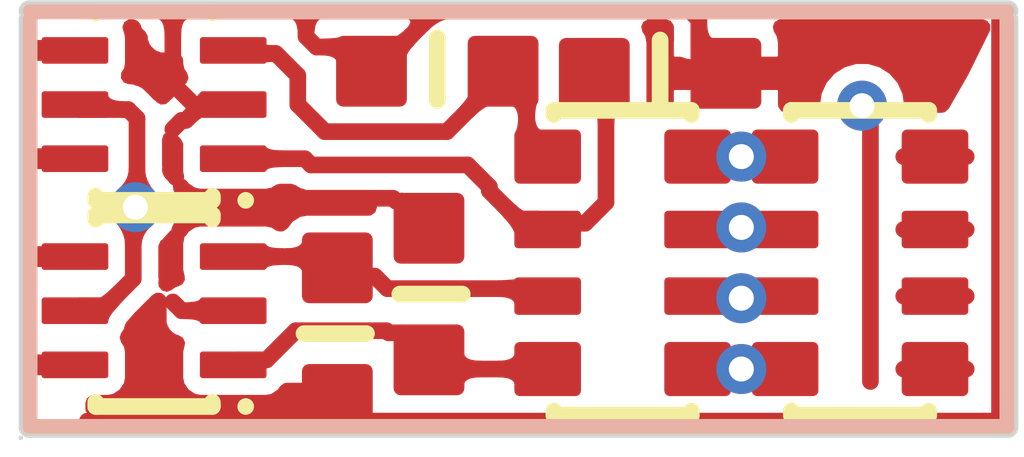
<source format=kicad_pcb>
(kicad_pcb (version 20210126) (generator pcbnew)
  (layers (0 "F.Cu" signal "Top Layer") (31 "B.Cu" signal "Bottom Layer") (34 "B.Paste" user "Bottom Paste") (35 "F.Paste" user "Top Paste") (36 "B.SilkS" user "Bottom Overlay") (37 "F.SilkS" user "Top Overlay") (38 "B.Mask" user "Bottom Solder") (39 "F.Mask" user "Top Solder") (44 "Edge.Cuts" user))
  (net 0 "")
  (net 1 "PULL_D4")
  (net 2 "PULL_D3")
  (net 3 "PULL_D2")
  (net 4 "PULL_D1")
  (net 5 "OUT_D4")
  (net 6 "OUT_D3")
  (net 7 "OUT_D2")
  (net 8 "OUT_D1")
  (net 9 "NetC493_1")
  (net 10 "NetC492_2")
  (net 11 "NetC491_1")
  (net 12 "NetC490_1")
  (net 13 "IN_D4")
  (net 14 "IN_D3")
  (net 15 "IN_D2")
  (net 16 "IN_D1")
  (net 17 "GND")
  (net 18 "V5")
  (footprint "Mod.PcbLib:Mod-Hellen-DINPUT4" (layer "F.Cu") (at 142.5261 107.6286)
    (fp_text reference "M490" hide)
    (fp_text value "Module:dinput4/0.1" hide)
    (fp_line (start 11.85 -0.125) (end 11.85 -5.025) (layer "B.SilkS") (width 0.2))
    (fp_line (start 0.1 -0.125) (end 11.85 -0.125) (layer "B.SilkS") (width 0.2))
    (fp_line (start 0.1 -5.125) (end 11.85 -5.125) (layer "B.SilkS") (width 0.2))
    (fp_line (start 0.1 -0.125) (end 0.1 -5.025) (layer "B.SilkS") (width 0.2))
    (fp_line (start 11.85 -0.125) (end 11.85 -5.025) (layer "F.SilkS") (width 0.2))
    (fp_line (start 0.1 -0.125) (end 0.1 -5.025) (layer "F.SilkS") (width 0.2))
    (fp_line (start 0.1 -5.125) (end 11.85 -5.125) (layer "F.SilkS") (width 0.2))
    (fp_line (start 0.1 -0.125) (end 11.85 -0.125) (layer "F.SilkS") (width 0.2))
    (pad "G" smd oval (at 11.750002 -2.650007 180) (size 0.2 5.1) (layers "F.Cu" "F.Paste") (net 17 "GND"))
    (pad "G" smd oval (at 6.250003 -0.199997 90) (size 0.2 11.1) (layers "F.Cu" "F.Paste") (net 17 "GND"))
    (pad "G" smd oval (at 6.259767 -5.125 90) (size 0.2 11.1) (layers "F.Cu" "F.Paste") (net 17 "GND"))
    (pad "J1" smd oval (at 10.975012 -3.374977 270) (size 0.2 0.95) (layers "F.Cu" "F.Paste") (net 1 "PULL_D4"))
    (pad "J2" smd oval (at 10.975012 -2.499975 270) (size 0.2 0.95) (layers "F.Cu" "F.Paste") (net 2 "PULL_D3"))
    (pad "J3" smd oval (at 10.975012 -1.699976 270) (size 0.2 0.95) (layers "F.Cu" "F.Paste") (net 3 "PULL_D2"))
    (pad "J4" smd oval (at 10.975012 -0.824974 270) (size 0.2 0.95) (layers "F.Cu" "F.Paste") (net 4 "PULL_D1"))
    (pad "V1" thru_hole circle (at 1.374996 -2.768016 180) (size 0.6 0.6) (drill 0.3) (layers *.Cu *.Mask) (net 18 "V5"))
    (pad "V2" thru_hole circle (at 8.650013 -3.374977 180) (size 0.6 0.6) (drill 0.3) (layers *.Cu *.Mask) (net 13 "IN_D4"))
    (pad "V3" thru_hole circle (at 8.650013 -2.524976 180) (size 0.6 0.6) (drill 0.3) (layers *.Cu *.Mask) (net 14 "IN_D3"))
    (pad "V4" thru_hole circle (at 8.650013 -1.674975 180) (size 0.6 0.6) (drill 0.3) (layers *.Cu *.Mask) (net 15 "IN_D2"))
    (pad "V5" thru_hole circle (at 8.650013 -0.824974 180) (size 0.6 0.6) (drill 0.3) (layers *.Cu *.Mask) (net 16 "IN_D1"))
    (pad "V6" thru_hole circle (at 10.099139 -3.98638 180) (size 0.6 0.6) (drill 0.3) (layers *.Cu *.Mask))
    (pad "V6" smd oval (at 10.2 -2.325012 180) (size 0.2 3.5) (layers "F.Cu" "F.Paste"))
    (pad "W1" smd oval (at 0.249974 -0.875007 270) (size 0.25 0.5) (layers "F.Cu" "F.Paste") (net 8 "OUT_D1"))
    (pad "W2" smd oval (at 0.249974 -2.17501 270) (size 0.25 0.5) (layers "F.Cu" "F.Paste") (net 7 "OUT_D2"))
    (pad "W3" smd oval (at 0.249974 -3.350006 270) (size 0.25 0.5) (layers "F.Cu" "F.Paste") (net 6 "OUT_D3"))
    (pad "W4" smd oval (at 0.249974 -4.650008 270) (size 0.25 0.5) (layers "F.Cu" "F.Paste") (net 5 "OUT_D4"))
  )
  (footprint "Small.PcbLib:74LVC2G34" (layer "F.Cu") (at 144.126094 106.103592 180)
    (fp_text reference "U490" hide)
    (fp_text value "74HC2G17GW" hide)
    (fp_line (start 0.700001 1.150001) (end -0.700001 1.150001) (layer "F.SilkS") (width 0.2))
    (fp_line (start 0.700001 -1.15) (end -0.700001 -1.15) (layer "F.SilkS") (width 0.2))
    (fp_line (start -0.700001 -1.15) (end -0.700001 -1.1) (layer "F.SilkS") (width 0.2))
    (fp_line (start -0.700001 1.100001) (end -0.700001 1.150001) (layer "F.SilkS") (width 0.2))
    (fp_line (start 0.700001 1.100001) (end 0.700001 1.150001) (layer "F.SilkS") (width 0.2))
    (fp_line (start 0.700001 -1.15) (end 0.700001 -1.1) (layer "F.SilkS") (width 0.2))
    (fp_circle (center -1.100001 -1.15) (end -1.100001 -1.1) (layer "F.SilkS") (width 0.1) (fill none))
    (pad "1" smd roundrect (at -0.950001 -0.650001 270) (size 0.32 0.8) (layers "F.Cu" "F.Paste" "F.Mask") (roundrect_rratio 0.1) (net 12 "NetC490_1"))
    (pad "2" smd roundrect (at -0.950001 0 270) (size 0.32 0.8) (layers "F.Cu" "F.Paste" "F.Mask") (roundrect_rratio 0.1) (net 17 "GND"))
    (pad "3" smd roundrect (at -0.950001 0.650002 270) (size 0.32 0.8) (layers "F.Cu" "F.Paste" "F.Mask") (roundrect_rratio 0.1) (net 11 "NetC491_1"))
    (pad "4" smd roundrect (at 0.95 0.650002 270) (size 0.32 0.8) (layers "F.Cu" "F.Paste" "F.Mask") (roundrect_rratio 0.1) (net 7 "OUT_D2"))
    (pad "5" smd roundrect (at 0.95 0 270) (size 0.32 0.8) (layers "F.Cu" "F.Paste" "F.Mask") (roundrect_rratio 0.1) (net 18 "V5"))
    (pad "6" smd roundrect (at 0.95 -0.650001 270) (size 0.32 0.8) (layers "F.Cu" "F.Paste" "F.Mask") (roundrect_rratio 0.1) (net 8 "OUT_D1"))
  )
  (footprint "General.pcblib:Cap" (layer "F.Cu") (at 147.526098 103.2286 180)
    (fp_text reference "C493" hide)
    (fp_text value "1n" hide)
    (fp_line (start 0 -0.349985) (end 0 0.4) (layer "F.SilkS") (width 0.2))
    (pad "1" smd roundrect (at -0.790002 0 180) (size 0.85 0.85) (layers "F.Cu" "F.Paste" "F.Mask") (roundrect_rratio 0.1) (net 9 "NetC493_1"))
    (pad "2" smd roundrect (at 0.790001 0 180) (size 0.85 0.85) (layers "F.Cu" "F.Paste" "F.Mask") (roundrect_rratio 0.1) (net 17 "GND"))
  )
  (footprint "General.pcblib:Cap" (layer "F.Cu") (at 146.3261 106.378605 -90)
    (fp_text reference "C491" hide)
    (fp_text value "1n" hide)
    (fp_line (start 0 0.4) (end 0 -0.349987) (layer "F.SilkS") (width 0.2))
    (pad "1" smd roundrect (at -0.790001 0 270) (size 0.85 0.85) (layers "F.Cu" "F.Paste" "F.Mask") (roundrect_rratio 0.1) (net 11 "NetC491_1"))
    (pad "2" smd roundrect (at 0.790001 0 270) (size 0.85 0.85) (layers "F.Cu" "F.Paste" "F.Mask") (roundrect_rratio 0.1) (net 17 "GND"))
  )
  (footprint "General.pcblib:Cap" (layer "F.Cu") (at 150.2011 103.2536 180)
    (fp_text reference "C492" hide)
    (fp_text value "1n" hide)
    (fp_line (start 0 -0.349986) (end 0 0.4) (layer "F.SilkS") (width 0.2))
    (pad "1" smd roundrect (at -0.790002 0 180) (size 0.85 0.85) (layers "F.Cu" "F.Paste" "F.Mask") (roundrect_rratio 0.1) (net 17 "GND"))
    (pad "2" smd roundrect (at 0.79 0 180) (size 0.85 0.85) (layers "F.Cu" "F.Paste" "F.Mask") (roundrect_rratio 0.1) (net 10 "NetC492_2"))
  )
  (footprint "General.pcblib:Cap" (layer "F.Cu") (at 147.4261 105.9036 90)
    (fp_text reference "C490" hide)
    (fp_text value "1n" hide)
    (fp_line (start 0 -0.349986) (end 0 0.4) (layer "F.SilkS") (width 0.2))
    (pad "1" smd roundrect (at -0.79 0 90) (size 0.85 0.85) (layers "F.Cu" "F.Paste" "F.Mask") (roundrect_rratio 0.1) (net 12 "NetC490_1"))
    (pad "2" smd roundrect (at 0.79 0 90) (size 0.85 0.85) (layers "F.Cu" "F.Paste" "F.Mask") (roundrect_rratio 0.1) (net 17 "GND"))
  )
  (footprint "Small.PcbLib:Res Array 4" (layer "F.Cu") (at 149.751112 105.528625 180)
    (fp_text reference "R491" hide)
    (fp_text value "10k" hide)
    (fp_line (start -0.825 -1.829996) (end -0.825 -1.779996) (layer "F.SilkS") (width 0.2))
    (fp_line (start -0.825 1.779997) (end -0.825 1.829997) (layer "F.SilkS") (width 0.2))
    (fp_line (start 0.824999 1.779997) (end 0.824999 1.829997) (layer "F.SilkS") (width 0.2))
    (fp_line (start 0.824999 -1.829996) (end -0.825 -1.829996) (layer "F.SilkS") (width 0.2))
    (fp_line (start 0.824999 -1.829996) (end 0.824999 -1.779996) (layer "F.SilkS") (width 0.2))
    (fp_line (start 0.824999 1.829997) (end -0.825 1.829997) (layer "F.SilkS") (width 0.2))
    (pad "1" smd roundrect (at -0.900001 -1.275001 90) (size 0.65 0.8) (layers "F.Cu" "F.Paste" "F.Mask") (roundrect_rratio 0.1) (net 16 "IN_D1"))
    (pad "2" smd roundrect (at -0.900001 -0.399999 90) (size 0.45 0.8) (layers "F.Cu" "F.Paste" "F.Mask") (roundrect_rratio 0.1) (net 15 "IN_D2"))
    (pad "3" smd roundrect (at -0.900001 0.4 90) (size 0.45 0.8) (layers "F.Cu" "F.Paste" "F.Mask") (roundrect_rratio 0.1) (net 14 "IN_D3"))
    (pad "4" smd roundrect (at -0.900001 1.275002 90) (size 0.65 0.8) (layers "F.Cu" "F.Paste" "F.Mask") (roundrect_rratio 0.1) (net 13 "IN_D4"))
    (pad "5" smd roundrect (at 0.900001 1.275002 90) (size 0.65 0.8) (layers "F.Cu" "F.Paste" "F.Mask") (roundrect_rratio 0.1) (net 9 "NetC493_1"))
    (pad "6" smd roundrect (at 0.900001 0.4 90) (size 0.45 0.8) (layers "F.Cu" "F.Paste" "F.Mask") (roundrect_rratio 0.1) (net 10 "NetC492_2"))
    (pad "7" smd roundrect (at 0.900001 -0.399999 90) (size 0.45 0.8) (layers "F.Cu" "F.Paste" "F.Mask") (roundrect_rratio 0.1) (net 11 "NetC491_1"))
    (pad "8" smd roundrect (at 0.900001 -1.275001 90) (size 0.65 0.8) (layers "F.Cu" "F.Paste" "F.Mask") (roundrect_rratio 0.1) (net 12 "NetC490_1"))
  )
  (footprint "Small.PcbLib:74LVC2G34" (layer "F.Cu") (at 144.126094 103.628593 180)
    (fp_text reference "U491" hide)
    (fp_text value "74HC2G17GW" hide)
    (fp_line (start -0.700001 1.100001) (end -0.700001 1.15) (layer "F.SilkS") (width 0.2))
    (fp_line (start -0.700001 -1.15) (end -0.700001 -1.1) (layer "F.SilkS") (width 0.2))
    (fp_line (start 0.700001 -1.15) (end -0.700001 -1.15) (layer "F.SilkS") (width 0.2))
    (fp_line (start 0.700001 1.100001) (end 0.700001 1.15) (layer "F.SilkS") (width 0.2))
    (fp_line (start 0.700001 -1.15) (end 0.700001 -1.1) (layer "F.SilkS") (width 0.2))
    (fp_line (start 0.700001 1.15) (end -0.700001 1.15) (layer "F.SilkS") (width 0.2))
    (fp_circle (center -1.100001 -1.15) (end -1.100001 -1.1) (layer "F.SilkS") (width 0.1) (fill none))
    (pad "1" smd roundrect (at -0.950001 -0.650001 270) (size 0.32 0.8) (layers "F.Cu" "F.Paste" "F.Mask") (roundrect_rratio 0.1) (net 10 "NetC492_2"))
    (pad "2" smd roundrect (at -0.950001 0 270) (size 0.32 0.8) (layers "F.Cu" "F.Paste" "F.Mask") (roundrect_rratio 0.1) (net 17 "GND"))
    (pad "3" smd roundrect (at -0.950001 0.650001 270) (size 0.32 0.8) (layers "F.Cu" "F.Paste" "F.Mask") (roundrect_rratio 0.1) (net 9 "NetC493_1"))
    (pad "4" smd roundrect (at 0.95 0.650001 270) (size 0.32 0.8) (layers "F.Cu" "F.Paste" "F.Mask") (roundrect_rratio 0.1) (net 5 "OUT_D4"))
    (pad "5" smd roundrect (at 0.95 0 270) (size 0.32 0.8) (layers "F.Cu" "F.Paste" "F.Mask") (roundrect_rratio 0.1) (net 18 "V5"))
    (pad "6" smd roundrect (at 0.95 -0.650001 270) (size 0.32 0.8) (layers "F.Cu" "F.Paste" "F.Mask") (roundrect_rratio 0.1) (net 6 "OUT_D3"))
  )
  (footprint "Small.PcbLib:Res Array 4" (layer "F.Cu") (at 152.601112 105.528625 180)
    (fp_text reference "R490" hide)
    (fp_text value "680k" hide)
    (fp_line (start -0.824999 -1.829996) (end -0.824999 -1.779996) (layer "F.SilkS") (width 0.2))
    (fp_line (start -0.824999 1.779997) (end -0.824999 1.829997) (layer "F.SilkS") (width 0.2))
    (fp_line (start 0.825 1.779997) (end 0.825 1.829997) (layer "F.SilkS") (width 0.2))
    (fp_line (start 0.825 -1.829996) (end 0.825 -1.779996) (layer "F.SilkS") (width 0.2))
    (fp_line (start 0.825 -1.829996) (end -0.824999 -1.829996) (layer "F.SilkS") (width 0.2))
    (fp_line (start 0.825 1.829997) (end -0.824999 1.829997) (layer "F.SilkS") (width 0.2))
    (pad "1" smd roundrect (at -0.9 -1.275001 90) (size 0.65 0.8) (layers "F.Cu" "F.Paste" "F.Mask") (roundrect_rratio 0.1) (net 4 "PULL_D1"))
    (pad "2" smd roundrect (at -0.9 -0.399999 90) (size 0.45 0.8) (layers "F.Cu" "F.Paste" "F.Mask") (roundrect_rratio 0.1) (net 3 "PULL_D2"))
    (pad "3" smd roundrect (at -0.9 0.4 90) (size 0.45 0.8) (layers "F.Cu" "F.Paste" "F.Mask") (roundrect_rratio 0.1) (net 2 "PULL_D3"))
    (pad "4" smd roundrect (at -0.9 1.275002 90) (size 0.65 0.8) (layers "F.Cu" "F.Paste" "F.Mask") (roundrect_rratio 0.1) (net 1 "PULL_D4"))
    (pad "5" smd roundrect (at 0.900001 1.275002 90) (size 0.65 0.8) (layers "F.Cu" "F.Paste" "F.Mask") (roundrect_rratio 0.1) (net 13 "IN_D4"))
    (pad "6" smd roundrect (at 0.900001 0.4 90) (size 0.45 0.8) (layers "F.Cu" "F.Paste" "F.Mask") (roundrect_rratio 0.1) (net 14 "IN_D3"))
    (pad "7" smd roundrect (at 0.900001 -0.399999 90) (size 0.45 0.8) (layers "F.Cu" "F.Paste" "F.Mask") (roundrect_rratio 0.1) (net 15 "IN_D2"))
    (pad "8" smd roundrect (at 0.900001 -1.275001 90) (size 0.65 0.8) (layers "F.Cu" "F.Paste" "F.Mask") (roundrect_rratio 0.1) (net 16 "IN_D1"))
  )
  (gr_poly (pts (xy 144.464628 103.719888) (xy 144.685936 103.478433) (xy 144.820848 103.784881) (xy 144.810807 103.768633) (xy 144.797602 103.758313) (xy 144.781231 103.753927) (xy 144.761699 103.755473) (xy 144.739001 103.762949) (xy 144.713139 103.776357) (xy 144.684112 103.795697) (xy 144.651923 103.820967) (xy 144.616568 103.852171) (xy 144.578052 103.889306)) (layer "F.Cu") (width 0) (fill solid))
  (gr_poly (pts (xy 149.451113 103.877157) (xy 149.450112 103.838577) (xy 149.447112 103.804061) (xy 149.442114 103.773604) (xy 149.435113 103.747206) (xy 149.426112 103.724871) (xy 149.415113 103.706596) (xy 149.402114 103.692385) (xy 149.387112 103.682232) (xy 149.370112 103.676139) (xy 149.351113 103.67411) (xy 149.7511 103.67411) (xy 149.732103 103.676139) (xy 149.715105 103.682232) (xy 149.700106 103.692385) (xy 149.687107 103.706596) (xy 149.676109 103.724871) (xy 149.667109 103.747206) (xy 149.660112 103.773604) (xy 149.655113 103.804061) (xy 149.652113 103.838577) (xy 149.651112 103.877157)) (layer "F.Cu") (width 0) (fill solid))
  (gr_poly (pts (xy 151.646587 106.028624) (xy 151.618449 106.029787) (xy 151.591246 106.033279) (xy 151.564969 106.039101) (xy 151.539625 106.047249) (xy 151.515213 106.057727) (xy 151.491731 106.070534) (xy 151.469181 106.085667) (xy 151.44756 106.103129) (xy 151.42687 106.122921) (xy 151.407111 106.145039) (xy 150.980117 105.726501) (xy 150.956248 105.745904) (xy 150.931979 105.763265) (xy 150.90731 105.778583) (xy 150.882238 105.79186) (xy 150.856767 105.803094) (xy 150.830894 105.812284) (xy 150.80462 105.819432) (xy 150.777948 105.82454) (xy 150.750871 105.827603) (xy 150.723396 105.828624) (xy 150.705639 106.028624) (xy 150.733777 106.029787) (xy 150.760981 106.033279) (xy 150.787257 106.039101) (xy 150.812601 106.047249) (xy 150.837013 106.057727) (xy 150.860495 106.070534) (xy 150.883045 106.085667) (xy 150.904666 106.103129) (xy 150.925357 106.122921) (xy 150.945115 106.145039) (xy 151.37211 105.726501) (xy 151.395978 105.745904) (xy 151.420248 105.763265) (xy 151.444916 105.778583) (xy 151.469989 105.79186) (xy 151.49546 105.803094) (xy 151.521332 105.812284) (xy 151.547606 105.819432) (xy 151.574279 105.82454) (xy 151.601355 105.827603) (xy 151.62883 105.828624)) (layer "F.Cu") (width 0) (fill solid))
  (gr_poly (pts (xy 145.702543 105.353591) (xy 145.741123 105.35259) (xy 145.775639 105.34959) (xy 145.806096 105.344591) (xy 145.832494 105.337591) (xy 145.854828 105.328589) (xy 145.873104 105.317591) (xy 145.887315 105.304591) (xy 145.897467 105.28959) (xy 145.903561 105.27259) (xy 145.90559 105.253591) (xy 145.90559 105.65359) (xy 145.903561 105.634591) (xy 145.897467 105.617591) (xy 145.887315 105.602589) (xy 145.873104 105.58959) (xy 145.854828 105.578591) (xy 145.832494 105.56959) (xy 145.806096 105.562589) (xy 145.775639 105.557591) (xy 145.741123 105.554591) (xy 145.702543 105.55359)) (layer "F.Cu") (width 0) (fill solid))
  (gr_poly (pts (xy 148.254857 105.7386) (xy 148.292946 105.738378) (xy 148.441338 105.727778) (xy 148.45271 105.724466) (xy 148.460264 105.720712) (xy 148.464003 105.716516) (xy 148.453751 106.038598) (xy 148.452293 106.0196) (xy 148.446647 106.0026) (xy 148.436815 105.987597) (xy 148.422791 105.974598) (xy 148.404582 105.9636) (xy 148.382182 105.954598) (xy 148.355596 105.947598) (xy 148.324818 105.9426) (xy 148.289855 105.9396) (xy 148.250704 105.938598)) (layer "F.Cu") (width 0) (fill solid))
  (gr_poly (pts (xy 151.100703 105.028626) (xy 151.140812 105.027637) (xy 151.1767 105.024673) (xy 151.208364 105.01973) (xy 151.235806 105.012811) (xy 151.259029 105.003916) (xy 151.278028 104.993045) (xy 151.292803 104.980198) (xy 151.30336 104.965372) (xy 151.309692 104.94857) (xy 151.311803 104.929792) (xy 151.311803 105.327459) (xy 151.309692 105.308681) (xy 151.30336 105.291879) (xy 151.292803 105.277053) (xy 151.278028 105.264205) (xy 151.259029 105.253334) (xy 151.235806 105.244439) (xy 151.208364 105.23752) (xy 151.1767 105.232577) (xy 151.140812 105.229613) (xy 151.100703 105.228625)) (layer "F.Cu") (width 0) (fill solid))
  (gr_poly (pts (xy 151.251521 106.028624) (xy 151.211412 106.029612) (xy 151.175524 106.032576) (xy 151.14386 106.037519) (xy 151.116418 106.044438) (xy 151.093195 106.053333) (xy 151.074196 106.064204) (xy 151.059421 106.077051) (xy 151.048864 106.091877) (xy 151.042532 106.108679) (xy 151.040421 106.127457) (xy 151.040421 105.72979) (xy 151.042532 105.748568) (xy 151.048864 105.76537) (xy 151.059421 105.780196) (xy 151.074196 105.793044) (xy 151.093195 105.803915) (xy 151.116418 105.81281) (xy 151.14386 105.819729) (xy 151.175524 105.824672) (xy 151.211412 105.827636) (xy 151.251521 105.828624)) (layer "F.Cu") (width 0) (fill solid))
  (gr_poly (pts (xy 145.8511 102.802453) (xy 145.8501 102.763873) (xy 145.8471 102.729357) (xy 145.8421 102.698899) (xy 145.8351 102.672501) (xy 145.826098 102.650167) (xy 145.8151 102.631892) (xy 145.8021 102.61768) (xy 145.7871 102.607528) (xy 145.7701 102.601435) (xy 145.7511 102.599405) (xy 146.1511 102.599405) (xy 146.1321 102.601435) (xy 146.1151 102.607528) (xy 146.100098 102.61768) (xy 146.0871 102.631892) (xy 146.0761 102.650167) (xy 146.0671 102.672501) (xy 146.0601 102.698899) (xy 146.0551 102.729357) (xy 146.0521 102.763873) (xy 146.0511 102.802453)) (layer "F.Cu") (width 0) (fill solid))
  (gr_poly (pts (xy 143.776095 105.313301) (xy 143.775074 105.285826) (xy 143.772011 105.25875) (xy 143.766903 105.232077) (xy 143.759755 105.205803) (xy 143.750565 105.179931) (xy 143.739331 105.15446) (xy 143.726054 105.129387) (xy 143.710736 105.104719) (xy 143.693375 105.080449) (xy 143.673972 105.056581) (xy 144.09251 105.091582) (xy 144.070392 105.111341) (xy 144.0506 105.132031) (xy 144.033138 105.153652) (xy 144.018005 105.176202) (xy 144.005198 105.199684) (xy 143.99472 105.224096) (xy 143.986572 105.24944) (xy 143.98075 105.275717) (xy 143.977258 105.30292) (xy 143.976095 105.331058)) (layer "F.Cu") (width 0) (fill solid))
  (gr_poly (pts (xy 151.100703 105.828624) (xy 151.140812 105.827636) (xy 151.1767 105.824672) (xy 151.208364 105.819729) (xy 151.235806 105.81281) (xy 151.259029 105.803915) (xy 151.278028 105.793044) (xy 151.292803 105.780196) (xy 151.30336 105.76537) (xy 151.309692 105.748568) (xy 151.311803 105.72979) (xy 151.311803 106.127457) (xy 151.309692 106.108679) (xy 151.30336 106.091877) (xy 151.292803 106.077051) (xy 151.278028 106.064204) (xy 151.259029 106.053333) (xy 151.235806 106.044438) (xy 151.208364 106.037519) (xy 151.1767 106.032576) (xy 151.140812 106.029612) (xy 151.100703 106.028624)) (layer "F.Cu") (width 0) (fill solid))
  (gr_poly (pts (xy 150.7661 102.630043) (xy 150.767102 102.671612) (xy 150.770102 102.708455) (xy 150.7751 102.740573) (xy 150.7821 102.767967) (xy 150.791103 102.790634) (xy 150.8021 102.808577) (xy 150.8151 102.821792) (xy 150.830102 102.830283) (xy 150.847102 102.83405) (xy 150.8661 102.83309) (xy 150.573905 102.881624) (xy 150.572421 102.88121) (xy 150.571095 102.875297) (xy 150.569924 102.863888) (xy 150.568052 102.824568) (xy 150.566102 102.630043)) (layer "F.Cu") (width 0) (fill solid))
  (gr_poly (pts (xy 145.675431 105.55359) (xy 145.639426 105.554091) (xy 145.55153 105.561617) (xy 145.528936 105.56613) (xy 145.509693 105.571647) (xy 145.493806 105.57817) (xy 145.481268 105.585693) (xy 145.472086 105.59422) (xy 145.466254 105.60375) (xy 145.466254 105.303431) (xy 145.472086 105.312961) (xy 145.481268 105.321488) (xy 145.493806 105.329011) (xy 145.509693 105.335534) (xy 145.528936 105.341051) (xy 145.55153 105.345564) (xy 145.577476 105.349077) (xy 145.639426 105.35309) (xy 145.675431 105.353591)) (layer "F.Cu") (width 0) (fill solid))
  (gr_poly (pts (xy 147.751119 103.702159) (xy 147.793247 103.658646) (xy 147.859051 103.581775) (xy 147.882724 103.548415) (xy 147.900247 103.518438) (xy 147.911619 103.491847) (xy 147.916839 103.468639) (xy 147.915906 103.448814) (xy 147.908822 103.432373) (xy 147.895589 103.419317) (xy 148.225385 103.649108) (xy 148.207877 103.640325) (xy 148.187976 103.636703) (xy 148.165677 103.638245) (xy 148.140986 103.644948) (xy 148.113899 103.656815) (xy 148.084418 103.673843) (xy 148.052541 103.696032) (xy 148.018271 103.723386) (xy 147.942543 103.793578)) (layer "F.Cu") (width 0) (fill solid))
  (gr_poly (pts (xy 143.775429 103.788592) (xy 143.566253 103.778752) (xy 143.567645 103.489759) (xy 143.569636 103.508537) (xy 143.575803 103.525339) (xy 143.586146 103.540165) (xy 143.600662 103.553013) (xy 143.619352 103.563884) (xy 143.642219 103.572779) (xy 143.66926 103.579698) (xy 143.700474 103.584641) (xy 143.735864 103.587605) (xy 143.775429 103.588593)) (layer "F.Cu") (width 0) (fill solid))
  (gr_poly (pts (xy 151.62883 105.228625) (xy 151.601355 105.229646) (xy 151.574279 105.232709) (xy 151.547606 105.237817) (xy 151.521332 105.244965) (xy 151.49546 105.254155) (xy 151.469989 105.265389) (xy 151.444916 105.278666) (xy 151.420248 105.293984) (xy 151.395978 105.311345) (xy 151.37211 105.330748) (xy 150.945115 104.91221) (xy 150.925357 104.934328) (xy 150.904666 104.95412) (xy 150.883045 104.971582) (xy 150.860495 104.986716) (xy 150.837013 104.999522) (xy 150.812601 105.01) (xy 150.787257 105.018148) (xy 150.760981 105.02397) (xy 150.733777 105.027462) (xy 150.705639 105.028626) (xy 150.723396 105.228625) (xy 150.750871 105.229646) (xy 150.777948 105.232709) (xy 150.80462 105.237817) (xy 150.830894 105.244965) (xy 150.856767 105.254155) (xy 150.882238 105.265389) (xy 150.90731 105.278666) (xy 150.931979 105.293984) (xy 150.956248 105.311345) (xy 150.980117 105.330748) (xy 151.407111 104.91221) (xy 151.42687 104.934328) (xy 151.44756 104.95412) (xy 151.469181 104.971582) (xy 151.491731 104.986716) (xy 151.515213 104.999522) (xy 151.539625 105.01) (xy 151.564969 105.018148) (xy 151.591246 105.02397) (xy 151.618449 105.027462) (xy 151.646587 105.028626)) (layer "F.Cu") (width 0) (fill solid))
  (gr_poly (pts (xy 148.252947 106.703626) (xy 148.291527 106.702625) (xy 148.326043 106.699625) (xy 148.3565 106.694627) (xy 148.382898 106.687627) (xy 148.405232 106.678625) (xy 148.423508 106.667627) (xy 148.437719 106.654627) (xy 148.447871 106.639626) (xy 148.453965 106.622625) (xy 148.455994 106.603626) (xy 148.455994 107.003625) (xy 148.453965 106.984626) (xy 148.447871 106.967626) (xy 148.437719 106.952625) (xy 148.423508 106.939625) (xy 148.405232 106.928627) (xy 148.382898 106.919625) (xy 148.3565 106.912625) (xy 148.326043 106.907626) (xy 148.291527 106.904626) (xy 148.252947 106.903626)) (layer "F.Cu") (width 0) (fill solid))
  (gr_poly (pts (xy 145.675431 104.3786) (xy 145.639426 104.379099) (xy 145.551527 104.386623) (xy 145.528934 104.391136) (xy 145.509693 104.396656) (xy 145.493803 104.403176) (xy 145.481268 104.410697) (xy 145.472086 104.419224) (xy 145.466254 104.428754) (xy 145.466254 104.128434) (xy 145.472086 104.137964) (xy 145.481271 104.146494) (xy 145.493806 104.154017) (xy 145.509696 104.16054) (xy 145.528936 104.166057) (xy 145.55153 104.170573) (xy 145.577476 104.174083) (xy 145.639426 104.178096) (xy 145.675431 104.1786)) (layer "F.Cu") (width 0) (fill solid))
  (gr_poly (pts (xy 144.021037 104.405604) (xy 144.022076 104.433156) (xy 144.02519 104.460252) (xy 144.030382 104.486899) (xy 144.037651 104.513094) (xy 144.046996 104.538837) (xy 144.058419 104.564128) (xy 144.071916 104.588967) (xy 144.087491 104.613356) (xy 144.105144 104.63729) (xy 144.124873 104.660775) (xy 143.705803 104.632855) (xy 143.727698 104.612655) (xy 143.747286 104.591578) (xy 143.764571 104.569625) (xy 143.779552 104.546798) (xy 143.792229 104.523097) (xy 143.8026 104.49852) (xy 143.810667 104.473069) (xy 143.816428 104.446742) (xy 143.819885 104.419541) (xy 143.821038 104.391464)) (layer "F.Cu") (width 0) (fill solid))
  (gr_poly (pts (xy 148.38952 104.761796) (xy 148.43353 104.804422) (xy 148.511066 104.870889) (xy 148.544592 104.894729) (xy 148.574622 104.912306) (xy 148.60116 104.923622) (xy 148.624203 104.928677) (xy 148.643751 104.927467) (xy 148.659804 104.919997) (xy 148.672362 104.906266) (xy 148.453751 105.247243) (xy 148.461331 105.228531) (xy 148.462443 105.206121) (xy 148.457089 105.180012) (xy 148.44527 105.150203) (xy 148.426985 105.116697) (xy 148.402235 105.079494) (xy 148.371018 105.03859) (xy 148.289187 104.945689) (xy 148.238573 104.893691)) (layer "F.Cu") (width 0) (fill solid))
  (gr_poly (pts (xy 151.638955 104.353623) (xy 151.611129 104.354723) (xy 151.583961 104.358022) (xy 151.557454 104.363524) (xy 151.531607 104.371223) (xy 151.506417 104.381124) (xy 151.481886 104.393224) (xy 151.458015 104.407522) (xy 151.434802 104.424022) (xy 151.412249 104.442724) (xy 151.390355 104.463623) (xy 150.961872 104.043624) (xy 150.939977 104.064523) (xy 150.917424 104.083225) (xy 150.894211 104.099725) (xy 150.87034 104.114022) (xy 150.845809 104.126123) (xy 150.82062 104.136024) (xy 150.794773 104.143723) (xy 150.768265 104.149224) (xy 150.741098 104.152524) (xy 150.713272 104.153623) (xy 150.713272 104.353623) (xy 150.741098 104.354723) (xy 150.768265 104.358022) (xy 150.794773 104.363524) (xy 150.82062 104.371223) (xy 150.845809 104.381124) (xy 150.87034 104.393224) (xy 150.894211 104.407522) (xy 150.917424 104.424022) (xy 150.939977 104.442724) (xy 150.961872 104.463623) (xy 151.390355 104.043624) (xy 151.412249 104.064523) (xy 151.434802 104.083225) (xy 151.458015 104.099725) (xy 151.481886 104.114022) (xy 151.506417 104.126123) (xy 151.531607 104.136024) (xy 151.557454 104.143723) (xy 151.583961 104.149224) (xy 151.611129 104.152524) (xy 151.638955 104.153623)) (layer "F.Cu") (width 0) (fill solid))
  (gr_poly (pts (xy 147.301076 102.855043) (xy 147.263398 102.894103) (xy 147.20353 102.965041) (xy 147.181341 102.996918) (xy 147.164313 103.026399) (xy 147.152446 103.053486) (xy 147.145743 103.078177) (xy 147.144201 103.100476) (xy 147.147823 103.120377) (xy 147.156606 103.137885) (xy 146.926815 102.808089) (xy 146.939871 102.821322) (xy 146.956312 102.828406) (xy 146.976137 102.829339) (xy 146.999345 102.824119) (xy 147.025936 102.812747) (xy 147.055913 102.795224) (xy 147.089274 102.771551) (xy 147.126017 102.741724) (xy 147.209657 102.663619)) (layer "F.Cu") (width 0) (fill solid))
  (gr_poly (pts (xy 151.249278 104.353623) (xy 151.210698 104.354624) (xy 151.176182 104.357624) (xy 151.145725 104.362622) (xy 151.119326 104.369623) (xy 151.096992 104.378624) (xy 151.078717 104.389622) (xy 151.064506 104.402622) (xy 151.054353 104.417623) (xy 151.04826 104.434624) (xy 151.04623 104.453623) (xy 151.04623 104.053624) (xy 151.04826 104.072623) (xy 151.054353 104.089623) (xy 151.064506 104.104624) (xy 151.078717 104.117624) (xy 151.096992 104.128622) (xy 151.119326 104.137624) (xy 151.145725 104.144624) (xy 151.176182 104.149623) (xy 151.210698 104.152623) (xy 151.249278 104.153623)) (layer "F.Cu") (width 0) (fill solid))
  (gr_poly (pts (xy 143.787561 105.949063) (xy 143.747256 105.990071) (xy 143.628463 106.125761) (xy 143.609372 106.152598) (xy 143.594521 106.1766) (xy 143.583916 106.197765) (xy 143.577551 106.216096) (xy 143.57543 106.231592) (xy 143.368107 105.947303) (xy 143.38144 105.960262) (xy 143.398095 105.96713) (xy 143.418072 105.967907) (xy 143.441371 105.962596) (xy 143.467996 105.951194) (xy 143.49794 105.933704) (xy 143.531208 105.91012) (xy 143.5678 105.880448) (xy 143.650949 105.802833)) (layer "F.Cu") (width 0) (fill solid))
  (gr_poly (pts (xy 144.476759 106.003592) (xy 144.512764 106.003091) (xy 144.60066 105.995565) (xy 144.623254 105.991052) (xy 144.642497 105.985535) (xy 144.658384 105.979012) (xy 144.670922 105.971489) (xy 144.680104 105.962962) (xy 144.685936 105.953432) (xy 144.685936 106.253751) (xy 144.680104 106.244221) (xy 144.670922 106.235694) (xy 144.658384 106.228171) (xy 144.642497 106.221648) (xy 144.623254 106.216131) (xy 144.60066 106.211618) (xy 144.574714 106.208105) (xy 144.512764 106.204092) (xy 144.476759 106.203591)) (layer "F.Cu") (width 0) (fill solid))
  (gr_poly (pts (xy 151.249278 106.903626) (xy 151.210698 106.904626) (xy 151.176182 106.907626) (xy 151.145725 106.912625) (xy 151.119326 106.919625) (xy 151.096992 106.928627) (xy 151.078717 106.939625) (xy 151.064506 106.952625) (xy 151.054353 106.967626) (xy 151.04826 106.984626) (xy 151.04623 107.003625) (xy 151.04623 106.603626) (xy 151.04826 106.622625) (xy 151.054353 106.639626) (xy 151.064506 106.654627) (xy 151.078717 106.667627) (xy 151.096992 106.678625) (xy 151.119326 106.687627) (xy 151.145725 106.694627) (xy 151.176182 106.699625) (xy 151.210698 106.702625) (xy 151.249278 106.703626)) (layer "F.Cu") (width 0) (fill solid))
  (gr_poly (pts (xy 148.698605 103.730457) (xy 148.699606 103.770934) (xy 148.702605 103.806929) (xy 148.707604 103.83844) (xy 148.714604 103.865471) (xy 148.723603 103.888016) (xy 148.734604 103.90608) (xy 148.747604 103.919659) (xy 148.762605 103.928757) (xy 148.779605 103.933372) (xy 148.798605 103.933505) (xy 148.457754 103.969451) (xy 148.465517 103.95609) (xy 148.472461 103.940467) (xy 148.478587 103.922577) (xy 148.483899 103.902423) (xy 148.488392 103.880004) (xy 148.49493 103.828374) (xy 148.496972 103.799159) (xy 148.498605 103.733939)) (layer "F.Cu") (width 0) (fill solid))
  (gr_poly (pts (xy 146.131399 102.837916) (xy 146.168473 102.837652) (xy 146.307837 102.828371) (xy 146.326509 102.824924) (xy 146.342112 102.820946) (xy 146.35465 102.816438) (xy 146.364121 102.811401) (xy 146.315587 103.137916) (xy 146.316232 103.118916) (xy 146.312221 103.101916) (xy 146.303555 103.086915) (xy 146.290235 103.073915) (xy 146.272257 103.062914) (xy 146.249626 103.053915) (xy 146.222336 103.046915) (xy 146.190393 103.041916) (xy 146.153794 103.038917) (xy 146.112539 103.037916)) (layer "F.Cu") (width 0) (fill solid))
  (gr_poly (pts (xy 151.102946 106.703626) (xy 151.141526 106.702625) (xy 151.176042 106.699625) (xy 151.206499 106.694627) (xy 151.232897 106.687627) (xy 151.255232 106.678625) (xy 151.273507 106.667627) (xy 151.287718 106.654627) (xy 151.297871 106.639626) (xy 151.303964 106.622625) (xy 151.305994 106.603626) (xy 151.305994 107.003625) (xy 151.303964 106.984626) (xy 151.297871 106.967626) (xy 151.287718 106.952625) (xy 151.273507 106.939625) (xy 151.255232 106.928627) (xy 151.232897 106.919625) (xy 151.206499 106.912625) (xy 151.176042 106.907626) (xy 151.141526 106.904626) (xy 151.102946 106.903626)) (layer "F.Cu") (width 0) (fill solid))
  (gr_poly (pts (xy 151.251521 105.228625) (xy 151.211412 105.229613) (xy 151.175524 105.232577) (xy 151.14386 105.23752) (xy 151.116418 105.244439) (xy 151.093195 105.253334) (xy 151.074196 105.264205) (xy 151.059421 105.277053) (xy 151.048864 105.291879) (xy 151.042532 105.308681) (xy 151.040421 105.327459) (xy 151.040421 104.929792) (xy 151.042532 104.94857) (xy 151.048864 104.965372) (xy 151.059421 104.980198) (xy 151.074196 104.993045) (xy 151.093195 105.003916) (xy 151.116418 105.012811) (xy 151.14386 105.01973) (xy 151.175524 105.024673) (xy 151.211412 105.027637) (xy 151.251521 105.028626)) (layer "F.Cu") (width 0) (fill solid))
  (gr_poly (pts (xy 148.049658 106.903626) (xy 148.011078 106.904626) (xy 147.976562 106.907626) (xy 147.946104 106.912625) (xy 147.919706 106.919625) (xy 147.897372 106.928627) (xy 147.879097 106.939625) (xy 147.864885 106.952625) (xy 147.854733 106.967626) (xy 147.84864 106.984626) (xy 147.84661 107.003625) (xy 147.84661 106.603626) (xy 147.84864 106.622625) (xy 147.854733 106.639626) (xy 147.864885 106.654627) (xy 147.879097 106.667627) (xy 147.897372 106.678625) (xy 147.919706 106.687627) (xy 147.946104 106.694627) (xy 147.976562 106.699625) (xy 148.011078 106.702625) (xy 148.049658 106.703626)) (layer "F.Cu") (width 0) (fill solid))
  (gr_poly (pts (xy 151.638955 106.903626) (xy 151.611129 106.904725) (xy 151.583961 106.908025) (xy 151.557454 106.913526) (xy 151.531607 106.921225) (xy 151.506417 106.931126) (xy 151.481886 106.943227) (xy 151.458015 106.957524) (xy 151.434802 106.974024) (xy 151.412249 106.992726) (xy 151.390355 107.013625) (xy 150.961872 106.593626) (xy 150.939977 106.614525) (xy 150.917424 106.633227) (xy 150.894211 106.649727) (xy 150.87034 106.664025) (xy 150.845809 106.676125) (xy 150.82062 106.686026) (xy 150.794773 106.693725) (xy 150.768265 106.699227) (xy 150.741098 106.702526) (xy 150.713272 106.703626) (xy 150.713272 106.903626) (xy 150.741098 106.904725) (xy 150.768265 106.908025) (xy 150.794773 106.913526) (xy 150.82062 106.921225) (xy 150.845809 106.931126) (xy 150.87034 106.943227) (xy 150.894211 106.957524) (xy 150.917424 106.974024) (xy 150.939977 106.992726) (xy 150.961872 107.013625) (xy 151.390355 106.593626) (xy 151.412249 106.614525) (xy 151.434802 106.633227) (xy 151.458015 106.649727) (xy 151.481886 106.664025) (xy 151.506417 106.676125) (xy 151.531607 106.686026) (xy 151.557454 106.693725) (xy 151.583961 106.699227) (xy 151.611129 106.702526) (xy 151.638955 106.703626)) (layer "F.Cu") (width 0) (fill solid))
  (gr_poly (pts (xy 145.588067 103.115569) (xy 145.564512 103.115683) (xy 145.475048 103.12119) (xy 145.468784 103.122909) (xy 145.464989 103.12486) (xy 145.463663 103.127039) (xy 145.472383 102.902933) (xy 145.473453 102.905333) (xy 145.476854 102.907482) (xy 145.482589 102.909377) (xy 145.490656 102.91102) (xy 145.501057 102.912409) (xy 145.528863 102.914431) (xy 145.588067 102.915569)) (layer "F.Cu") (width 0) (fill solid))
  (gr_poly (pts (xy 148.498605 103.852156) (xy 148.497604 103.810967) (xy 148.494605 103.774419) (xy 148.489606 103.742512) (xy 148.482606 103.715245) (xy 148.473607 103.692619) (xy 148.462606 103.674635) (xy 148.449606 103.661293) (xy 148.434605 103.652591) (xy 148.417605 103.648529) (xy 148.398605 103.649108) (xy 148.733296 103.600574) (xy 148.726705 103.612301) (xy 148.720807 103.626716) (xy 148.715602 103.643818) (xy 148.711094 103.663607) (xy 148.707276 103.686081) (xy 148.701726 103.739093) (xy 148.698953 103.802849) (xy 148.698605 103.83876)) (layer "F.Cu") (width 0) (fill solid))
  (gr_poly (pts (xy 144.2511 102.802453) (xy 144.2501 102.763873) (xy 144.2471 102.729357) (xy 144.2421 102.698899) (xy 144.2351 102.672501) (xy 144.226102 102.650167) (xy 144.2151 102.631892) (xy 144.2021 102.61768) (xy 144.1871 102.607528) (xy 144.1701 102.601435) (xy 144.1511 102.599405) (xy 144.5511 102.599405) (xy 144.5321 102.601435) (xy 144.5151 102.607528) (xy 144.5001 102.61768) (xy 144.4871 102.631892) (xy 144.4761 102.650167) (xy 144.4671 102.672501) (xy 144.4601 102.698899) (xy 144.4551 102.729357) (xy 144.4521 102.763873) (xy 144.4511 102.802453)) (layer "F.Cu") (width 0) (fill solid))
  (gr_poly (pts (xy 151.102946 104.153623) (xy 151.141526 104.152623) (xy 151.176042 104.149623) (xy 151.206499 104.144624) (xy 151.232897 104.137624) (xy 151.255232 104.128622) (xy 151.273507 104.117624) (xy 151.287718 104.104624) (xy 151.297871 104.089623) (xy 151.303964 104.072623) (xy 151.305994 104.053624) (xy 151.305994 104.453623) (xy 151.303964 104.434624) (xy 151.297871 104.417623) (xy 151.287718 104.402622) (xy 151.273507 104.389622) (xy 151.255232 104.378624) (xy 151.232897 104.369623) (xy 151.206499 104.362622) (xy 151.176042 104.357624) (xy 151.141526 104.354624) (xy 151.102946 104.353623)) (layer "F.Cu") (width 0) (fill solid))
  (gr_poly (pts (xy 147.129403 102.743875) (xy 147.155407 102.716425) (xy 147.175634 102.691866) (xy 147.190078 102.670195) (xy 147.198748 102.651414) (xy 147.201638 102.635521) (xy 147.198748 102.622519) (xy 147.190078 102.612407) (xy 147.175634 102.605184) (xy 147.155407 102.60085) (xy 147.129403 102.599405) (xy 147.695086 102.599405) (xy 147.667352 102.60085) (xy 147.639493 102.605184) (xy 147.611515 102.612407) (xy 147.583413 102.622519) (xy 147.555191 102.635521) (xy 147.526844 102.651414) (xy 147.498379 102.670195) (xy 147.469788 102.691866) (xy 147.441079 102.716425) (xy 147.412245 102.743875)) (layer "F.Cu") (width 0) (fill solid))
  (gr_line (start 142.525719 107.5036) (end 142.525719 107.5036) (layer "Edge.Cuts") (width 0.05))
  (gr_arc (start 142.6261 107.5036) (end 142.525719 107.5036) (angle -90) (layer "Edge.Cuts") (width 0.05))
  (gr_line (start 142.5261 107.6286) (end 142.5261 107.6286) (layer "Edge.Cuts") (width 0.05))
  (gr_arc (start 154.3761 102.5036) (end 154.476481 102.5036) (angle -90) (layer "Edge.Cuts") (width 0.05))
  (gr_line (start 142.5261 107.6286) (end 142.5261 107.6286) (layer "Edge.Cuts") (width 0.05))
  (gr_line (start 142.5261 107.6286) (end 142.5261 107.6286) (layer "Edge.Cuts") (width 0.05))
  (gr_line (start 154.3761 107.60398) (end 142.6261 107.603981) (layer "Edge.Cuts") (width 0.05))
  (gr_arc (start 154.3761 102.6036) (end 154.476481 102.6036) (angle -29.87452356) (layer "Edge.Cuts") (width 0.05))
  (gr_line (start 142.5261 107.6286) (end 142.5261 107.6286) (layer "Edge.Cuts") (width 0.05))
  (gr_line (start 154.47648 102.6036) (end 154.476481 107.5036) (layer "Edge.Cuts") (width 0.05))
  (gr_arc (start 142.6261 102.5036) (end 142.6261 102.403219) (angle -119.8745236) (layer "Edge.Cuts") (width 0.05))
  (gr_arc (start 142.6261 102.6036) (end 142.539058 102.5536) (angle -29.87452356) (layer "Edge.Cuts") (width 0.05))
  (gr_arc (start 154.3761 102.5036) (end 154.463142 102.5536) (angle -29.87452356) (layer "Edge.Cuts") (width 0.05))
  (gr_arc (start 154.3761 107.5036) (end 154.3761 107.603981) (angle -90) (layer "Edge.Cuts") (width 0.05))
  (gr_line (start 142.525719 107.5036) (end 142.525719 102.6036) (layer "Edge.Cuts") (width 0.05))
  (gr_line (start 142.6261 102.403221) (end 154.3761 102.403219) (layer "Edge.Cuts") (width 0.05))
  (segment (start 145.8511 103.6286) (end 145.8511 103.2786) (width 0.2) (layer "F.Cu") (net 9))
  (segment (start 148.3411 103.2536) (end 148.598605 103.511105) (width 0.2) (layer "F.Cu") (net 9))
  (segment (start 145.8511 103.6286) (end 146.176098 103.953598) (width 0.2) (layer "F.Cu") (net 9))
  (segment (start 146.176098 103.953598) (end 147.6411 103.953598) (width 0.2) (layer "F.Cu") (net 9))
  (segment (start 147.6411 103.953598) (end 148.3411 103.2536) (width 0.2) (layer "F.Cu") (net 9))
  (segment (start 145.113072 103.015569) (end 145.588067 103.015569) (width 0.2) (layer "F.Cu") (net 9))
  (segment (start 145.588067 103.015569) (end 145.8511 103.2786) (width 0.2) (layer "F.Cu") (net 9))
  (segment (start 148.823606 104.253623) (end 148.851111 104.253623) (width 0.2) (layer "F.Cu") (net 9))
  (segment (start 148.598605 104.028622) (end 148.598605 103.511105) (width 0.2) (layer "F.Cu") (net 9))
  (segment (start 145.076095 102.978592) (end 145.113072 103.015569) (width 0.2) (layer "F.Cu") (net 9))
  (segment (start 148.598605 104.028622) (end 148.823606 104.253623) (width 0.2) (layer "F.Cu") (net 9))
  (segment (start 146.010414 104.353598) (end 147.89057 104.353598) (width 0.2) (layer "F.Cu") (net 10))
  (segment (start 148.926135 105.0536) (end 149.3011 105.0536) (width 0.2) (layer "F.Cu") (net 10))
  (segment (start 148.72611 105.003624) (end 148.851111 105.128625) (width 0.2) (layer "F.Cu") (net 10))
  (segment (start 145.0761 104.2786) (end 145.935415 104.2786) (width 0.2) (layer "F.Cu") (net 10))
  (segment (start 148.489926 105.003624) (end 148.72611 105.003624) (width 0.2) (layer "F.Cu") (net 10))
  (segment (start 149.3011 105.0536) (end 149.551113 104.803589) (width 0.2) (layer "F.Cu") (net 10))
  (segment (start 149.551113 104.803589) (end 149.551113 103.393612) (width 0.2) (layer "F.Cu") (net 10))
  (segment (start 145.935415 104.2786) (end 146.010414 104.353598) (width 0.2) (layer "F.Cu") (net 10))
  (segment (start 148.851111 105.128625) (end 148.926135 105.0536) (width 0.2) (layer "F.Cu") (net 10))
  (segment (start 149.4111 103.2536) (end 149.551113 103.393612) (width 0.2) (layer "F.Cu") (net 10))
  (segment (start 148.15111 104.664809) (end 148.15111 104.614138) (width 0.2) (layer "F.Cu") (net 10))
  (segment (start 148.15111 104.664809) (end 148.489926 105.003624) (width 0.2) (layer "F.Cu") (net 10))
  (segment (start 145.076095 104.278594) (end 145.0761 104.2786) (width 0.2) (layer "F.Cu") (net 10))
  (segment (start 147.89057 104.353598) (end 148.15111 104.614138) (width 0.2) (layer "F.Cu") (net 10))
  (segment (start 148.761086 105.838598) (end 148.851111 105.928624) (width 0.2) (layer "F.Cu") (net 11))
  (segment (start 146.211107 105.45359) (end 146.3011 105.363598) (width 0.2) (layer "F.Cu") (net 11))
  (segment (start 146.77663 105.6886) (end 146.92663 105.838598) (width 0.2) (layer "F.Cu") (net 11))
  (segment (start 146.92663 105.838598) (end 148.761086 105.838598) (width 0.2) (layer "F.Cu") (net 11))
  (segment (start 146.3011 105.363598) (end 146.6261 105.6886) (width 0.2) (layer "F.Cu") (net 11))
  (segment (start 145.076095 105.45359) (end 146.211107 105.45359) (width 0.2) (layer "F.Cu") (net 11))
  (segment (start 146.6261 105.6886) (end 146.77663 105.6886) (width 0.2) (layer "F.Cu") (net 11))
  (segment (start 145.476643 106.693593) (end 145.826629 106.343606) (width 0.2) (layer "F.Cu") (net 12))
  (segment (start 146.916104 106.343606) (end 146.941098 106.3686) (width 0.2) (layer "F.Cu") (net 12))
  (segment (start 147.1011 106.3686) (end 147.4261 106.6936) (width 0.2) (layer "F.Cu") (net 12))
  (segment (start 147.4261 106.6936) (end 147.536126 106.803626) (width 0.2) (layer "F.Cu") (net 12))
  (segment (start 145.136095 106.693593) (end 145.476643 106.693593) (width 0.2) (layer "F.Cu") (net 12))
  (segment (start 145.826629 106.343606) (end 146.916104 106.343606) (width 0.2) (layer "F.Cu") (net 12))
  (segment (start 145.076095 106.753593) (end 145.136095 106.693593) (width 0.2) (layer "F.Cu") (net 12))
  (segment (start 147.536126 106.803626) (end 148.851111 106.803626) (width 0.2) (layer "F.Cu") (net 12))
  (segment (start 146.941098 106.3686) (end 147.1011 106.3686) (width 0.2) (layer "F.Cu") (net 12))
  (segment (start 150.651113 104.253623) (end 151.701111 104.253623) (width 0.2) (layer "F.Cu") (net 13))
  (segment (start 150.651113 105.128625) (end 151.701111 105.128625) (width 0.2) (layer "F.Cu") (net 14))
  (segment (start 150.651113 105.928624) (end 151.701111 105.928624) (width 0.2) (layer "F.Cu") (net 15))
  (segment (start 150.651113 106.803626) (end 151.701111 106.803626) (width 0.2) (layer "F.Cu") (net 16))
  (segment (start 146.076098 102.937916) (end 146.445414 102.937916) (width 0.2) (layer "F.Cu") (net 17))
  (segment (start 145.9511 102.812917) (end 145.9511 102.5036) (width 0.2) (layer "F.Cu") (net 17))
  (segment (start 145.9511 102.812917) (end 146.076098 102.937916) (width 0.2) (layer "F.Cu") (net 17))
  (segment (start 144.3511 103.3786) (end 144.641097 103.668598) (width 0.2) (layer "F.Cu") (net 17))
  (segment (start 144.3511 103.3786) (end 144.3511 102.5036) (width 0.2) (layer "F.Cu") (net 17))
  (segment (start 145.9511 102.5036) (end 147.511096 102.5036) (width 0.2) (layer "F.Cu") (net 17))
  (segment (start 144.6261 104.9036) (end 145.661633 104.9036) (width 0.2) (layer "F.Cu") (net 17))
  (segment (start 144.3511 103.924038) (end 144.456543 103.818595) (width 0.2) (layer "F.Cu") (net 17))
  (segment (start 147.511096 102.5036) (end 150.560658 102.5036) (width 0.2) (layer "F.Cu") (net 17))
  (segment (start 146.995657 104.753597) (end 147.030658 104.788598) (width 0.2) (layer "F.Cu") (net 17))
  (segment (start 147.1011 104.788598) (end 147.4261 105.1136) (width 0.2) (layer "F.Cu") (net 17))
  (segment (start 145.811636 104.753597) (end 146.995657 104.753597) (width 0.2) (layer "F.Cu") (net 17))
  (segment (start 144.3511 102.5036) (end 145.9511 102.5036) (width 0.2) (layer "F.Cu") (net 17))
  (segment (start 144.456543 106.103592) (end 145.076095 106.103592) (width 0.2) (layer "F.Cu") (net 17))
  (segment (start 150.560658 102.5036) (end 150.666102 102.609044) (width 0.2) (layer "F.Cu") (net 17))
  (segment (start 150.666102 102.9286) (end 150.991102 103.2536) (width 0.2) (layer "F.Cu") (net 17))
  (segment (start 144.697343 103.628593) (end 145.076095 103.628593) (width 0.2) (layer "F.Cu") (net 17))
  (segment (start 144.456543 103.818595) (end 144.507341 103.818595) (width 0.2) (layer "F.Cu") (net 17))
  (segment (start 144.3511 105.998149) (end 144.456543 106.103592) (width 0.2) (layer "F.Cu") (net 17))
  (segment (start 145.076095 106.103592) (end 145.343166 106.103592) (width 0.2) (layer "F.Cu") (net 17))
  (segment (start 146.761098 103.2536) (end 147.511096 102.5036) (width 0.2) (layer "F.Cu") (net 17))
  (segment (start 150.666102 102.9286) (end 150.666102 102.609044) (width 0.2) (layer "F.Cu") (net 17))
  (segment (start 147.030658 104.788598) (end 147.1011 104.788598) (width 0.2) (layer "F.Cu") (net 17))
  (segment (start 145.661633 104.9036) (end 145.811636 104.753597) (width 0.2) (layer "F.Cu") (net 17))
  (segment (start 144.507341 103.818595) (end 144.697343 103.628593) (width 0.2) (layer "F.Cu") (net 17))
  (segment (start 146.445414 102.937916) (end 146.761098 103.2536) (width 0.2) (layer "F.Cu") (net 17))
  (segment (start 143.236094 106.043592) (end 143.551612 106.043592) (width 0.2) (layer "F.Cu") (net 18))
  (segment (start 143.176094 106.103592) (end 143.236094 106.043592) (width 0.2) (layer "F.Cu") (net 18))
  (segment (start 143.876095 105.719109) (end 143.876095 104.860584) (width 0.2) (layer "F.Cu") (net 18))
  (segment (start 143.921038 104.840643) (end 143.921038 103.794036) (width 0.2) (layer "F.Cu") (net 18))
  (segment (start 143.236094 103.688593) (end 143.815595 103.688593) (width 0.2) (layer "F.Cu") (net 18))
  (segment (start 143.901096 104.860584) (end 143.921038 104.840643) (width 0.2) (layer "F.Cu") (net 18))
  (segment (start 143.176094 103.628593) (end 143.236094 103.688593) (width 0.2) (layer "F.Cu") (net 18))
  (segment (start 143.551612 106.043592) (end 143.876095 105.719109) (width 0.2) (layer "F.Cu") (net 18))
  (segment (start 143.815595 103.688593) (end 143.921038 103.794036) (width 0.2) (layer "F.Cu") (net 18))
  (zone (net 17) (net_name "GND") (layer "F.Cu") (connect_pads (clearance 0.2)) (min_thickness 0.2) (fill yes (thermal_gap 0.2) (thermal_bridge_width 0.4))
    (polygon (pts (xy 154.228787 107.378603) (xy 143.301105 107.378603) (xy 143.301097 102.529972) (xy 154.225139 102.526893)))
  )
)
</source>
